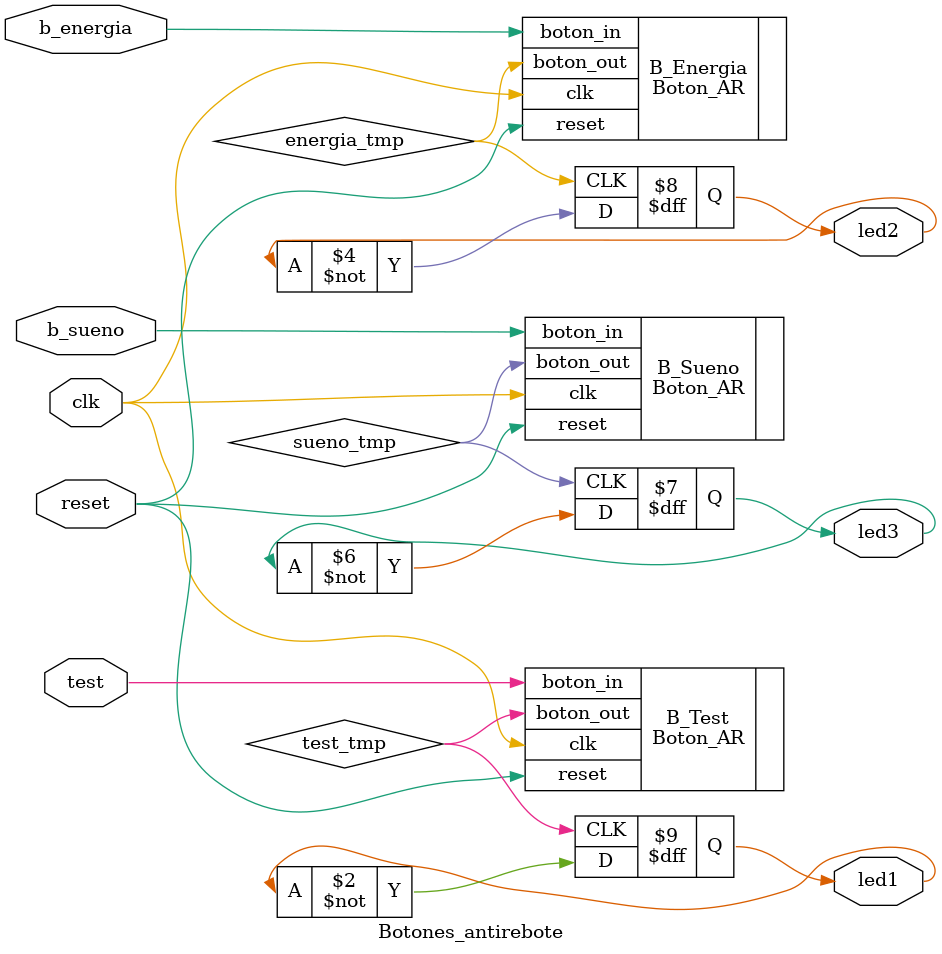
<source format=v>
module Botones_antirebote(
	input reset,
	input clk,
	input test,
	input b_energia,
	input b_sueno,
	output reg led1,
	output reg led2,
	output reg led3
);


wire test_tmp;
wire energia_tmp;
wire sueno_tmp;

Boton_AR #(1) B_Test ( .reset(reset), .clk(clk), .boton_in(test), .boton_out(test_tmp));
Boton_AR #(1500000) B_Sueno (.reset(reset), .clk(clk), .boton_in(b_sueno), .boton_out(sueno_tmp));
Boton_AR #(15000000) B_Energia ( .reset(reset), .clk(clk), .boton_in(b_energia), .boton_out(energia_tmp));

always @(posedge test_tmp) begin
	led1=~led1;
end

always @(posedge energia_tmp) begin
	led2=~led2;
end

always @(posedge sueno_tmp) begin
	led3=~led3;
end


endmodule
</source>
